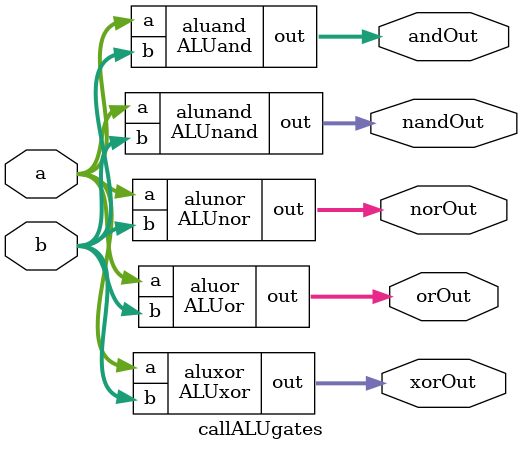
<source format=v>
/*This file contains a module for each gate operation that allows the gate to process 32 bits through usage of a for loop*/

// define gate delays based on # of inputs and inverters
`define AND2 and #30
`define OR2 or #30
`define NAND2 nand #20
`define NOR2 nor #20
`define XOR2 xor #20

`timescale 1 ns / 1 ps
//Or Module
module ALUor (
  output [31:0] out,
  input [31:0] a,
  input [31:0] b
);
generate
genvar i;
for (i=0; i < 32; i=i+1) begin//for loop to go through all 32 bits, otherwise it cannot handle the number of bits

  `OR2 orgate(out[i], a[i], b[i]);

  end
  endgenerate
endmodule

//ALUnor

module ALUnor (
  output [31:0] out,
  input [31:0] a,
  input [31:0] b
);
  generate
  genvar i;
  for (i=0; i < 32; i=i+1) begin

      `NOR2 norgate(out[i], a[i], b[i]);

  end
  endgenerate
endmodule

//ALUxor

module ALUxor (
  output [31:0] out,
  input [31:0] a,
  input [31:0] b
);
  generate
  genvar i;
  for (i=0; i < 32; i=i+1) begin

    `XOR2 xorgate(out[i], a[i], b[i]);

  end
  endgenerate
endmodule

//ALUand

module ALUand (
  output [31:0] out,
  input [31:0] a,
  input [31:0] b
);
  generate
  genvar i;
  for (i=0; i < 32; i=i+1) begin

    `AND2 andgate(out[i], a[i], b[i]);

  end
  endgenerate
endmodule

//ALUnand

module ALUnand (
  output [31:0] out,
  input [31:0]a,
  input [31:0]b
);
generate
genvar i;
for (i=0; i < 32; i=i+1) begin

    `NAND2 nandgate(out[i], a[i], b[i]);

  end
  endgenerate

endmodule

//This module calls all of the above gates, and returns the 32 bit answer to each operation

module callALUgates
(
  input [31:0] a,
  input [31:0] b,
  output [31:0] orOut,
  output [31:0] andOut,
  output [31:0] nandOut,
  output [31:0] xorOut,
  output [31:0] norOut
  );

ALUor aluor (.a(a),.b(b),.out(orOut));
ALUnor alunor (.a(a),.b(b),.out(norOut));
ALUxor aluxor(.a(a),.b(b),.out(xorOut));
ALUand aluand (.a(a),.b(b),.out(andOut));
ALUnand alunand(.a(a),.b(b),.out(nandOut));

endmodule

</source>
